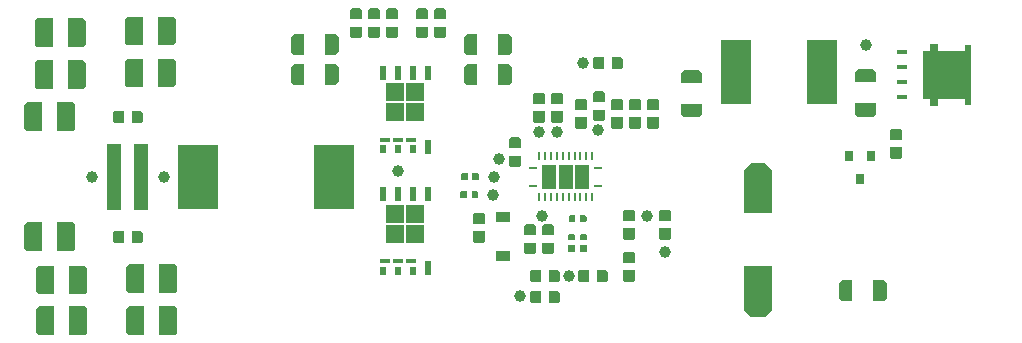
<source format=gbr>
%TF.GenerationSoftware,Altium Limited,Altium Designer,23.0.1 (38)*%
G04 Layer_Color=8421504*
%FSLAX45Y45*%
%MOMM*%
%TF.SameCoordinates,3EE063B3-4F93-4FDD-BE50-ED7C6B7A8C7B*%
%TF.FilePolarity,Positive*%
%TF.FileFunction,Paste,Top*%
%TF.Part,Single*%
G01*
G75*
%TA.AperFunction,SMDPad,CuDef*%
G04:AMPARAMS|DCode=16|XSize=0.41mm|YSize=0.82mm|CornerRadius=0mm|HoleSize=0mm|Usage=FLASHONLY|Rotation=270.000|XOffset=0mm|YOffset=0mm|HoleType=Round|Shape=RoundedRectangle|*
%AMROUNDEDRECTD16*
21,1,0.41000,0.82000,0,0,270.0*
21,1,0.41000,0.82000,0,0,270.0*
1,1,0.00000,-0.41000,-0.20500*
1,1,0.00000,-0.41000,0.20500*
1,1,0.00000,0.41000,0.20500*
1,1,0.00000,0.41000,-0.20500*
%
%ADD16ROUNDEDRECTD16*%
G04:AMPARAMS|DCode=17|XSize=0.595mm|YSize=0.61mm|CornerRadius=0mm|HoleSize=0mm|Usage=FLASHONLY|Rotation=270.000|XOffset=0mm|YOffset=0mm|HoleType=Round|Shape=RoundedRectangle|*
%AMROUNDEDRECTD17*
21,1,0.59500,0.61000,0,0,270.0*
21,1,0.59500,0.61000,0,0,270.0*
1,1,0.00000,-0.30500,-0.29750*
1,1,0.00000,-0.30500,0.29750*
1,1,0.00000,0.30500,0.29750*
1,1,0.00000,0.30500,-0.29750*
%
%ADD17ROUNDEDRECTD17*%
G04:AMPARAMS|DCode=18|XSize=4.061mm|YSize=3.63mm|CornerRadius=0mm|HoleSize=0mm|Usage=FLASHONLY|Rotation=270.000|XOffset=0mm|YOffset=0mm|HoleType=Round|Shape=RoundedRectangle|*
%AMROUNDEDRECTD18*
21,1,4.06100,3.63000,0,0,270.0*
21,1,4.06100,3.63000,0,0,270.0*
1,1,0.00000,-1.81500,-2.03050*
1,1,0.00000,-1.81500,2.03050*
1,1,0.00000,1.81500,2.03050*
1,1,0.00000,1.81500,-2.03050*
%
%ADD18ROUNDEDRECTD18*%
G04:AMPARAMS|DCode=19|XSize=5mm|YSize=0.51mm|CornerRadius=0.0255mm|HoleSize=0mm|Usage=FLASHONLY|Rotation=270.000|XOffset=0mm|YOffset=0mm|HoleType=Round|Shape=RoundedRectangle|*
%AMROUNDEDRECTD19*
21,1,5.00000,0.45900,0,0,270.0*
21,1,4.94900,0.51000,0,0,270.0*
1,1,0.05100,-0.22950,-2.47450*
1,1,0.05100,-0.22950,2.47450*
1,1,0.05100,0.22950,2.47450*
1,1,0.05100,0.22950,-2.47450*
%
%ADD19ROUNDEDRECTD19*%
%ADD27R,0.71120X0.25400*%
%ADD28R,0.25400X0.71120*%
%ADD29R,2.50000X5.40000*%
%ADD30C,1.00000*%
%ADD35R,1.22000X0.91000*%
%ADD42R,3.50000X5.40000*%
%ADD47R,0.70000X0.90000*%
%ADD48R,1.25000X5.65000*%
%TA.AperFunction,OtherPad,Pad Q1-1 (40.053mm,15.815mm)*%
%ADD89R,0.85000X0.45000*%
%TA.AperFunction,OtherPad,Pad Q1-1 (41.148mm,15.815mm)*%
%ADD90R,0.85000X0.45000*%
%TA.AperFunction,OtherPad,Pad Q1-1 (39.878mm,15.015mm)*%
%ADD91R,0.50000X0.75000*%
%TA.AperFunction,OtherPad,Pad Q1-1 (41.148mm,15.015mm)*%
%ADD92R,0.50000X0.75000*%
%TA.AperFunction,OtherPad,Pad Q1-1 (43.688mm,15.24mm)*%
%ADD93R,0.50000X1.20000*%
%TA.AperFunction,OtherPad,Pad Q1-1 (43.688mm,21.48mm)*%
%ADD94R,0.50000X1.20000*%
%TA.AperFunction,OtherPad,Pad Q1-1 (42.418mm,21.48mm)*%
%ADD95R,0.50000X1.20000*%
%TA.AperFunction,OtherPad,Pad Q1-1 (41.148mm,21.48mm)*%
%ADD96R,0.50000X1.20000*%
%TA.AperFunction,OtherPad,Pad Q1-1 (42.633mm,19.855mm)*%
%ADD97R,1.50000X1.50000*%
%TA.AperFunction,OtherPad,Pad Q1-1 (40.933mm,18.155mm)*%
%ADD98R,1.50000X1.50000*%
%TA.AperFunction,OtherPad,Pad Q1-1 (42.633mm,18.155mm)*%
%ADD99R,1.50000X1.50000*%
%TA.AperFunction,OtherPad,Pad Q1-1 (40.933mm,19.855mm)*%
%ADD100R,1.50000X1.50000*%
%TA.AperFunction,OtherPad,Pad Q1-1 (42.243mm,15.815mm)*%
%ADD101R,0.85000X0.45000*%
%TA.AperFunction,OtherPad,Pad Q1-1 (39.878mm,21.48mm)*%
%ADD102R,0.50000X1.20000*%
%TA.AperFunction,OtherPad,Pad Q1-1 (42.418mm,15.015mm)*%
%ADD103R,0.50000X0.75000*%
%TA.AperFunction,OtherPad,Pad Q2-1 (40.053mm,5.536mm)*%
%ADD104R,0.85000X0.45000*%
%TA.AperFunction,OtherPad,Pad Q2-1 (41.148mm,5.536mm)*%
%ADD105R,0.85000X0.45000*%
%TA.AperFunction,OtherPad,Pad Q2-1 (39.878mm,4.736mm)*%
%ADD106R,0.50000X0.75000*%
%TA.AperFunction,OtherPad,Pad Q2-1 (41.148mm,4.736mm)*%
%ADD107R,0.50000X0.75000*%
%TA.AperFunction,OtherPad,Pad Q2-1 (43.688mm,4.961mm)*%
%ADD108R,0.50000X1.20000*%
%TA.AperFunction,OtherPad,Pad Q2-1 (43.688mm,11.201mm)*%
%ADD109R,0.50000X1.20000*%
%TA.AperFunction,OtherPad,Pad Q2-1 (42.418mm,11.201mm)*%
%ADD110R,0.50000X1.20000*%
%TA.AperFunction,OtherPad,Pad Q2-1 (41.148mm,11.201mm)*%
%ADD111R,0.50000X1.20000*%
%TA.AperFunction,OtherPad,Pad Q2-1 (42.633mm,9.576mm)*%
%ADD112R,1.50000X1.50000*%
%TA.AperFunction,OtherPad,Pad Q2-1 (40.933mm,7.876mm)*%
%ADD113R,1.50000X1.50000*%
%TA.AperFunction,OtherPad,Pad Q2-1 (42.633mm,7.876mm)*%
%ADD114R,1.50000X1.50000*%
%TA.AperFunction,OtherPad,Pad Q2-1 (40.933mm,9.576mm)*%
%ADD115R,1.50000X1.50000*%
%TA.AperFunction,OtherPad,Pad Q2-1 (42.243mm,5.536mm)*%
%ADD116R,0.85000X0.45000*%
%TA.AperFunction,OtherPad,Pad Q2-1 (39.878mm,11.201mm)*%
%ADD117R,0.50000X1.20000*%
%TA.AperFunction,OtherPad,Pad Q2-1 (42.418mm,4.736mm)*%
%ADD118R,0.50000X0.75000*%
G36*
X4520400Y2681760D02*
Y2601700D01*
X4420400D01*
X4420400Y2681760D01*
X4435340Y2696700D01*
X4505460D01*
X4520400Y2681760D01*
D02*
G37*
G36*
X4368000D02*
Y2601700D01*
X4268000D01*
Y2681760D01*
X4282940Y2696700D01*
X4353060D01*
X4368000Y2681760D01*
D02*
G37*
G36*
X4114000D02*
Y2601700D01*
X4014000D01*
X4014000Y2681760D01*
X4028940Y2696700D01*
X4099060D01*
X4114000Y2681760D01*
D02*
G37*
G36*
X3961600D02*
Y2601700D01*
X3861600D01*
Y2681760D01*
X3876540Y2696700D01*
X3946660D01*
X3961600Y2681760D01*
D02*
G37*
G36*
X3809200D02*
Y2601700D01*
X3709200D01*
Y2681760D01*
X3724140Y2696700D01*
X3794260D01*
X3809200Y2681760D01*
D02*
G37*
G36*
X4520400Y2456640D02*
X4505460Y2441700D01*
X4435340D01*
X4420400Y2456640D01*
Y2536700D01*
X4520400D01*
Y2456640D01*
D02*
G37*
G36*
X4114000D02*
X4099060Y2441700D01*
X4028940D01*
X4014000Y2456640D01*
Y2536700D01*
X4114000D01*
Y2456640D01*
D02*
G37*
G36*
X4368000D02*
X4353060Y2441700D01*
X4282940D01*
X4268000Y2456640D01*
Y2536700D01*
X4368000D01*
X4368000Y2456640D01*
D02*
G37*
G36*
X3961600D02*
X3946660Y2441700D01*
X3876540D01*
X3861600Y2456640D01*
Y2536700D01*
X3961600D01*
X3961600Y2456640D01*
D02*
G37*
G36*
X3809200D02*
X3794260Y2441700D01*
X3724140D01*
X3709200Y2456640D01*
Y2536700D01*
X3809200D01*
X3809200Y2456640D01*
D02*
G37*
G36*
X2234300Y2603150D02*
Y2400650D01*
X2215550Y2381900D01*
X2084300D01*
Y2621900D01*
X2215550D01*
X2234300Y2603150D01*
D02*
G37*
G36*
X1954300Y2381900D02*
X1823050D01*
X1804300Y2400650D01*
Y2603150D01*
X1823050Y2621900D01*
X1954300D01*
Y2381900D01*
D02*
G37*
G36*
X1472600Y2590450D02*
Y2387950D01*
X1453850Y2369200D01*
X1322600D01*
Y2609200D01*
X1453850D01*
X1472600Y2590450D01*
D02*
G37*
G36*
X1192600Y2369200D02*
X1061350D01*
X1042600Y2387950D01*
Y2590450D01*
X1061350Y2609200D01*
X1192600D01*
Y2369200D01*
D02*
G37*
G36*
X5079300Y2451800D02*
X5079299Y2323399D01*
X5053500Y2297600D01*
X4964300D01*
Y2477600D01*
X5053500D01*
X5079300Y2451800D01*
D02*
G37*
G36*
X3613501Y2451800D02*
X3613500Y2323400D01*
X3587700Y2297600D01*
X3498500D01*
Y2477600D01*
X3587700Y2477600D01*
X3613501Y2451800D01*
D02*
G37*
G36*
X3323500Y2297600D02*
X3234300D01*
X3208500Y2323400D01*
X3208501Y2451801D01*
X3234300Y2477600D01*
X3323500D01*
Y2297600D01*
D02*
G37*
G36*
X4789300D02*
X4700100Y2297600D01*
X4674300Y2323400D01*
X4674300Y2451800D01*
X4700100Y2477600D01*
X4789300D01*
Y2297600D01*
D02*
G37*
G36*
X6020300Y2270260D02*
Y2200140D01*
X6005360Y2185200D01*
X5925300D01*
Y2285200D01*
X6005360Y2285200D01*
X6020300Y2270260D01*
D02*
G37*
G36*
X5860300Y2185200D02*
X5780240D01*
X5765300Y2200140D01*
Y2270260D01*
X5780240Y2285200D01*
X5860300D01*
Y2185200D01*
D02*
G37*
G36*
X8141401Y2183699D02*
X8167200Y2157900D01*
Y2068700D01*
X7987200D01*
Y2157900D01*
X8013000Y2183700D01*
X8141401Y2183699D01*
D02*
G37*
G36*
X6668201Y2176299D02*
X6694000Y2150500D01*
Y2061300D01*
X6514000D01*
Y2150500D01*
X6539800Y2176300D01*
X6668201Y2176299D01*
D02*
G37*
G36*
X5079300Y2197800D02*
X5079299Y2069399D01*
X5053500Y2043600D01*
X4964300D01*
Y2223600D01*
X5053500D01*
X5079300Y2197800D01*
D02*
G37*
G36*
X3613500D02*
X3613500Y2069399D01*
X3587700Y2043600D01*
X3498500D01*
Y2223600D01*
X3587700D01*
X3613500Y2197800D01*
D02*
G37*
G36*
X4789300Y2043600D02*
X4700100Y2043600D01*
X4674300Y2069400D01*
X4674300Y2197800D01*
X4700100Y2223600D01*
X4789300D01*
Y2043600D01*
D02*
G37*
G36*
X3323500D02*
X3234300Y2043600D01*
X3208500Y2069400D01*
X3208500Y2197800D01*
X3234300Y2223600D01*
X3323500D01*
Y2043600D01*
D02*
G37*
G36*
X2234300Y2247550D02*
Y2045050D01*
X2215550Y2026300D01*
X2084300D01*
Y2266300D01*
X2215550D01*
X2234300Y2247550D01*
D02*
G37*
G36*
X1954300Y2026300D02*
X1823050D01*
X1804300Y2045050D01*
Y2247550D01*
X1823050Y2266300D01*
X1954300D01*
Y2026300D01*
D02*
G37*
G36*
X1472600Y2234850D02*
Y2032350D01*
X1453850Y2013600D01*
X1322600D01*
Y2253600D01*
X1453850D01*
X1472600Y2234850D01*
D02*
G37*
G36*
X1192600Y2013600D02*
X1061350D01*
X1042600Y2032350D01*
Y2234850D01*
X1061350Y2253600D01*
X1192600D01*
Y2013600D01*
D02*
G37*
G36*
X5866600Y1979460D02*
Y1899400D01*
X5766600D01*
X5766600Y1979460D01*
X5781540Y1994400D01*
X5851660D01*
X5866600Y1979460D01*
D02*
G37*
G36*
X5511000Y1966760D02*
Y1886700D01*
X5411000D01*
X5411000Y1966760D01*
X5425940Y1981700D01*
X5496060D01*
X5511000Y1966760D01*
D02*
G37*
G36*
X5358600D02*
Y1886700D01*
X5258600D01*
X5258600Y1966760D01*
X5273540Y1981700D01*
X5343660D01*
X5358600Y1966760D01*
D02*
G37*
G36*
X6323800Y1915960D02*
Y1835900D01*
X6223800D01*
X6223800Y1915960D01*
X6238740Y1930900D01*
X6308860D01*
X6323800Y1915960D01*
D02*
G37*
G36*
X6171400D02*
Y1835900D01*
X6071400D01*
X6071400Y1915960D01*
X6086340Y1930900D01*
X6156460D01*
X6171400Y1915960D01*
D02*
G37*
G36*
X6019000D02*
Y1835900D01*
X5919000D01*
X5919000Y1915960D01*
X5933940Y1930900D01*
X6004060D01*
X6019000Y1915960D01*
D02*
G37*
G36*
X5714200D02*
Y1835900D01*
X5614200D01*
X5614200Y1915960D01*
X5629140Y1930900D01*
X5699260D01*
X5714200Y1915960D01*
D02*
G37*
G36*
X8167200Y1804500D02*
X8141400Y1778700D01*
X8013000Y1778700D01*
X7987200Y1804500D01*
Y1893700D01*
X8167200D01*
X8167200Y1804500D01*
D02*
G37*
G36*
X6694000Y1797100D02*
X6668200Y1771299D01*
X6539800Y1771300D01*
X6514000Y1797100D01*
Y1886300D01*
X6694000D01*
X6694000Y1797100D01*
D02*
G37*
G36*
X5866600Y1754340D02*
X5851660Y1739400D01*
X5781540D01*
X5766600Y1754340D01*
Y1834400D01*
X5866600D01*
Y1754340D01*
D02*
G37*
G36*
X1956300Y1813060D02*
Y1742940D01*
X1941360Y1728000D01*
X1861300D01*
Y1828000D01*
X1941360Y1828000D01*
X1956300Y1813060D01*
D02*
G37*
G36*
X1796300Y1728000D02*
X1716240D01*
X1701300Y1742940D01*
Y1813060D01*
X1716240Y1828000D01*
X1796300D01*
Y1728000D01*
D02*
G37*
G36*
X5511000Y1741640D02*
X5496060Y1726700D01*
X5425940D01*
X5411000Y1741640D01*
Y1821700D01*
X5511000D01*
Y1741640D01*
D02*
G37*
G36*
X5358600D02*
X5343660Y1726700D01*
X5273540D01*
X5258600Y1741640D01*
Y1821700D01*
X5358600D01*
Y1741640D01*
D02*
G37*
G36*
X6323800Y1690840D02*
X6308860Y1675900D01*
X6238740D01*
X6223800Y1690840D01*
Y1770900D01*
X6323800D01*
Y1690840D01*
D02*
G37*
G36*
X6171400D02*
X6156460Y1675900D01*
X6086340D01*
X6071400Y1690840D01*
Y1770900D01*
X6171400D01*
Y1690840D01*
D02*
G37*
G36*
X6019000D02*
X6004060Y1675900D01*
X5933940D01*
X5919000Y1690840D01*
Y1770900D01*
X6019000D01*
Y1690840D01*
D02*
G37*
G36*
X5714200D02*
X5699260Y1675900D01*
X5629140D01*
X5614200Y1690840D01*
Y1770900D01*
X5714200D01*
Y1690840D01*
D02*
G37*
G36*
X1383400Y1879250D02*
Y1676750D01*
X1364650Y1658000D01*
X1233400D01*
Y1898000D01*
X1364650D01*
X1383400Y1879250D01*
D02*
G37*
G36*
X1103400Y1658000D02*
X972150D01*
X953400Y1676750D01*
Y1879250D01*
X972150Y1898000D01*
X1103400D01*
Y1658000D01*
D02*
G37*
G36*
X8381200Y1661960D02*
Y1581900D01*
X8281200D01*
Y1661960D01*
X8296140Y1676900D01*
X8366260D01*
X8381200Y1661960D01*
D02*
G37*
G36*
X5155400Y1589560D02*
Y1509500D01*
X5055400D01*
X5055400Y1589560D01*
X5070340Y1604500D01*
X5140460D01*
X5155400Y1589560D01*
D02*
G37*
G36*
X8381200Y1436840D02*
X8366260Y1421900D01*
X8296140D01*
X8281200Y1436840D01*
Y1516900D01*
X8381200D01*
X8381200Y1436840D01*
D02*
G37*
G36*
X5155400Y1364440D02*
X5140460Y1349500D01*
X5070340D01*
X5055400Y1364440D01*
Y1444500D01*
X5155400D01*
Y1364440D01*
D02*
G37*
G36*
X4803700Y1292450D02*
Y1247550D01*
X4795150Y1239000D01*
X4746700D01*
Y1301000D01*
X4795150D01*
X4803700Y1292450D01*
D02*
G37*
G36*
X4707700Y1239000D02*
X4659250D01*
X4650700Y1247550D01*
Y1292450D01*
X4659250Y1301000D01*
X4707700D01*
Y1239000D01*
D02*
G37*
G36*
X5736750Y1169510D02*
X5617050D01*
Y1370490D01*
X5736750D01*
Y1169510D01*
D02*
G37*
G36*
X5597050D02*
X5477350D01*
Y1370490D01*
X5597050D01*
Y1169510D01*
D02*
G37*
G36*
X5457350D02*
X5337650D01*
Y1370490D01*
X5457350D01*
Y1169510D01*
D02*
G37*
G36*
X4798100Y1140050D02*
Y1095150D01*
X4789550Y1086600D01*
X4741100D01*
Y1148600D01*
X4789550D01*
X4798100Y1140050D01*
D02*
G37*
G36*
X4702100Y1086600D02*
X4653650D01*
X4645100Y1095150D01*
Y1140050D01*
X4653650Y1148600D01*
X4702100D01*
Y1086600D01*
D02*
G37*
G36*
X7280300Y1330350D02*
Y959100D01*
X7045300D01*
Y1330350D01*
X7104050Y1389100D01*
X7221550D01*
X7280300Y1330350D01*
D02*
G37*
G36*
X6425400Y976160D02*
Y896100D01*
X6325400D01*
Y976160D01*
X6340340Y991100D01*
X6410460D01*
X6425400Y976160D01*
D02*
G37*
G36*
X6120600D02*
Y896100D01*
X6020600D01*
Y976160D01*
X6035540Y991100D01*
X6105660D01*
X6120600Y976160D01*
D02*
G37*
G36*
X5715300Y931150D02*
Y897650D01*
X5701050Y883400D01*
X5658300D01*
Y945400D01*
X5701050D01*
X5715300Y931150D01*
D02*
G37*
G36*
X5619300Y883400D02*
X5576550D01*
X5562300Y897650D01*
Y931150D01*
X5576550Y945400D01*
X5619300D01*
Y883400D01*
D02*
G37*
G36*
X4850600Y950760D02*
Y870700D01*
X4750600D01*
X4750600Y950760D01*
X4765540Y965700D01*
X4835660D01*
X4850600Y950760D01*
D02*
G37*
G36*
X5434800Y852960D02*
Y772900D01*
X5334800D01*
X5334800Y852960D01*
X5349740Y867900D01*
X5419860D01*
X5434800Y852960D01*
D02*
G37*
G36*
X5282400D02*
Y772900D01*
X5182400D01*
Y852960D01*
X5197340Y867900D01*
X5267460D01*
X5282400Y852960D01*
D02*
G37*
G36*
X6425400Y751040D02*
X6410460Y736100D01*
X6340340D01*
X6325400Y751040D01*
Y831100D01*
X6425400D01*
X6425400Y751040D01*
D02*
G37*
G36*
X6120600D02*
X6105660Y736100D01*
X6035540D01*
X6020600Y751040D01*
Y831100D01*
X6120600D01*
X6120600Y751040D01*
D02*
G37*
G36*
X5720600Y779150D02*
Y730700D01*
X5658600D01*
Y779150D01*
X5667150Y787700D01*
X5712050D01*
X5720600Y779150D01*
D02*
G37*
G36*
X5619000D02*
Y730700D01*
X5557000D01*
Y779150D01*
X5565550Y787700D01*
X5610450D01*
X5619000Y779150D01*
D02*
G37*
G36*
X1956300Y797060D02*
Y726940D01*
X1941360Y712000D01*
X1861300D01*
Y812000D01*
X1941360Y812000D01*
X1956300Y797060D01*
D02*
G37*
G36*
X1796300Y712000D02*
X1716240D01*
X1701300Y726940D01*
Y797060D01*
X1716240Y812000D01*
X1796300D01*
Y712000D01*
D02*
G37*
G36*
X4850600Y725640D02*
X4835660Y710700D01*
X4765540D01*
X4750600Y725640D01*
Y805700D01*
X4850600D01*
Y725640D01*
D02*
G37*
G36*
X1383400Y863250D02*
Y660750D01*
X1364650Y642000D01*
X1233400D01*
Y882000D01*
X1364650D01*
X1383400Y863250D01*
D02*
G37*
G36*
X1103400Y642000D02*
X972150D01*
X953400Y660750D01*
Y863250D01*
X972150Y882000D01*
X1103400D01*
Y642000D01*
D02*
G37*
G36*
X5720600Y643250D02*
X5712050Y634700D01*
X5667150D01*
X5658600Y643250D01*
Y691700D01*
X5720600D01*
Y643250D01*
D02*
G37*
G36*
X5619000D02*
X5610450Y634700D01*
X5565550D01*
X5557000Y643250D01*
Y691700D01*
X5619000D01*
Y643250D01*
D02*
G37*
G36*
X5434800Y627840D02*
X5419860Y612900D01*
X5349740D01*
X5334800Y627840D01*
Y707900D01*
X5434800D01*
Y627840D01*
D02*
G37*
G36*
X5282400D02*
X5267460Y612900D01*
X5197340D01*
X5182400Y627840D01*
Y707900D01*
X5282400D01*
X5282400Y627840D01*
D02*
G37*
G36*
X6120600Y620560D02*
Y540500D01*
X6020600D01*
Y620560D01*
X6035540Y635500D01*
X6105660D01*
X6120600Y620560D01*
D02*
G37*
G36*
X5893300Y466860D02*
Y396740D01*
X5878360Y381800D01*
X5798300D01*
Y481800D01*
X5878360Y481800D01*
X5893300Y466860D01*
D02*
G37*
G36*
X5733300Y381800D02*
X5653240D01*
X5638300Y396740D01*
Y466860D01*
X5653240Y481800D01*
X5733300D01*
Y381800D01*
D02*
G37*
G36*
X5486900Y466860D02*
Y396740D01*
X5471960Y381800D01*
X5391900D01*
Y481800D01*
X5471960D01*
X5486900Y466860D01*
D02*
G37*
G36*
X5326900Y381800D02*
X5246840Y381800D01*
X5231900Y396740D01*
Y466860D01*
X5246840Y481800D01*
X5326900D01*
Y381800D01*
D02*
G37*
G36*
X6120600Y395440D02*
X6105660Y380500D01*
X6035540D01*
X6020600Y395440D01*
Y475500D01*
X6120600D01*
X6120600Y395440D01*
D02*
G37*
G36*
X2247000Y507650D02*
Y305150D01*
X2228250Y286400D01*
X2097000D01*
Y526400D01*
X2228250D01*
X2247000Y507650D01*
D02*
G37*
G36*
X1967000Y286400D02*
X1835750D01*
X1817000Y305150D01*
Y507650D01*
X1835750Y526400D01*
X1967000D01*
Y286400D01*
D02*
G37*
G36*
X1485300Y494950D02*
Y292450D01*
X1466550Y273700D01*
X1335300D01*
Y513700D01*
X1466550D01*
X1485300Y494950D01*
D02*
G37*
G36*
X1205300Y273700D02*
X1074050D01*
X1055300Y292450D01*
Y494950D01*
X1074050Y513700D01*
X1205300D01*
Y273700D01*
D02*
G37*
G36*
X8254300Y371800D02*
Y237800D01*
X8231300Y214800D01*
X8139300D01*
Y394800D01*
X8231300D01*
X8254300Y371800D01*
D02*
G37*
G36*
X7964300Y214800D02*
X7872300D01*
X7849300Y237800D01*
Y371800D01*
X7872300Y394800D01*
X7964300D01*
Y214800D01*
D02*
G37*
G36*
X5486900Y289060D02*
Y218940D01*
X5471960Y204000D01*
X5391900D01*
Y304000D01*
X5471960D01*
X5486900Y289060D01*
D02*
G37*
G36*
X5326900Y204000D02*
X5246840Y204000D01*
X5231900Y218940D01*
Y289060D01*
X5246840Y304000D01*
X5326900D01*
Y204000D01*
D02*
G37*
G36*
X7280300Y142850D02*
X7221550Y84100D01*
X7104050D01*
X7045300Y142850D01*
Y514100D01*
X7280300D01*
Y142850D01*
D02*
G37*
G36*
X2247000Y152050D02*
Y-50450D01*
X2228250Y-69200D01*
X2097000D01*
Y170800D01*
X2228250D01*
X2247000Y152050D01*
D02*
G37*
G36*
X1967000Y-69200D02*
X1835750D01*
X1817000Y-50450D01*
Y152050D01*
X1835750Y170800D01*
X1967000D01*
Y-69200D01*
D02*
G37*
G36*
X1485000Y152050D02*
Y-50450D01*
X1466250Y-69200D01*
X1335000D01*
Y170800D01*
X1466250D01*
X1485000Y152050D01*
D02*
G37*
G36*
X1205000Y-69200D02*
X1073750D01*
X1055000Y-50450D01*
Y152050D01*
X1073750Y170800D01*
X1205000D01*
Y-69200D01*
D02*
G37*
D16*
X8382300Y1943100D02*
D03*
X8382000Y2070100D02*
D03*
X8382300Y2197100D02*
D03*
Y2324100D02*
D03*
D17*
X8653800Y1905000D02*
D03*
Y2362200D02*
D03*
D18*
X8737600Y2133600D02*
D03*
D19*
X8940800D02*
D03*
D27*
X5811520Y1195000D02*
D03*
X5262880D02*
D03*
Y1345000D02*
D03*
X5811520D02*
D03*
D28*
X5762257Y1094740D02*
D03*
X5712244D02*
D03*
X5662232D02*
D03*
X5612219D02*
D03*
X5562206D02*
D03*
X5512194D02*
D03*
X5462181D02*
D03*
X5412168D02*
D03*
X5362156D02*
D03*
X5312143D02*
D03*
Y1445260D02*
D03*
X5362156D02*
D03*
X5412168D02*
D03*
X5462181D02*
D03*
X5512194D02*
D03*
X5562206D02*
D03*
X5612219D02*
D03*
X5662232D02*
D03*
X5712244D02*
D03*
X5762257D02*
D03*
D29*
X6978100Y2159000D02*
D03*
X7703100D02*
D03*
D30*
X6223000Y939800D02*
D03*
X1524000Y1270000D02*
D03*
X5461000Y1651000D02*
D03*
X5148580Y256540D02*
D03*
X4973320Y1417320D02*
D03*
X8077200Y2387600D02*
D03*
X5309861Y1650401D02*
D03*
X4924800Y1117600D02*
D03*
X5562600Y431800D02*
D03*
X2133600Y1270000D02*
D03*
X4114800Y1320800D02*
D03*
X4927600Y1270000D02*
D03*
X5814060Y1661160D02*
D03*
X5681980Y2235200D02*
D03*
X5339080Y934720D02*
D03*
X6375400Y635000D02*
D03*
D35*
X5003800Y598500D02*
D03*
Y925500D02*
D03*
D42*
X3572200Y1270000D02*
D03*
X2422200D02*
D03*
D47*
X8121400Y1446200D02*
D03*
X7931400D02*
D03*
X8026400Y1246200D02*
D03*
D48*
X1941300Y1270000D02*
D03*
X1716300D02*
D03*
D89*
X4005300Y1581500D02*
D03*
D90*
X4114800D02*
D03*
D91*
X3987800Y1501500D02*
D03*
D92*
X4114800D02*
D03*
D93*
X4368800Y1524000D02*
D03*
D94*
Y2148000D02*
D03*
D95*
X4241800D02*
D03*
D96*
X4114800D02*
D03*
D97*
X4263300Y1985500D02*
D03*
D98*
X4093300Y1815500D02*
D03*
D99*
X4263300D02*
D03*
D100*
X4093300Y1985500D02*
D03*
D101*
X4224300Y1581500D02*
D03*
D102*
X3987800Y2148000D02*
D03*
D103*
X4241800Y1501500D02*
D03*
D104*
X4005300Y553600D02*
D03*
D105*
X4114800D02*
D03*
D106*
X3987800Y473600D02*
D03*
D107*
X4114800D02*
D03*
D108*
X4368800Y496100D02*
D03*
D109*
Y1120100D02*
D03*
D110*
X4241800D02*
D03*
D111*
X4114800D02*
D03*
D112*
X4263300Y957600D02*
D03*
D113*
X4093300Y787600D02*
D03*
D114*
X4263300D02*
D03*
D115*
X4093300Y957600D02*
D03*
D116*
X4224300Y553600D02*
D03*
D117*
X3987800Y1120100D02*
D03*
D118*
X4241800Y473600D02*
D03*
%TF.MD5,a05be93eb43b29b93acb0dba08363a88*%
M02*

</source>
